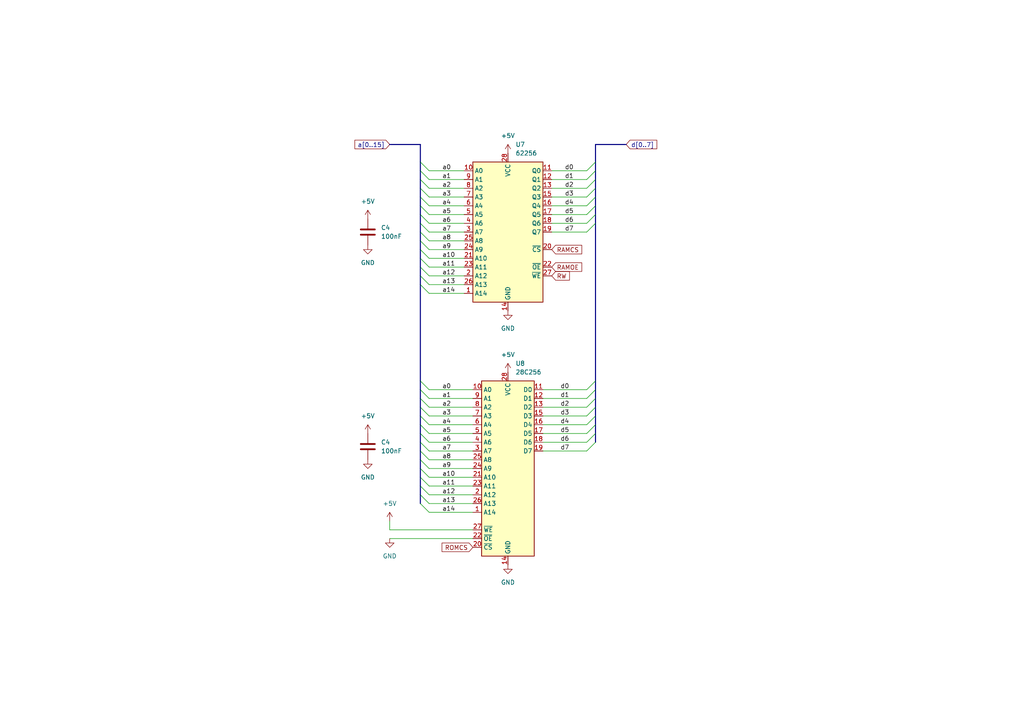
<source format=kicad_sch>
(kicad_sch (version 20230121) (generator eeschema)
  (paper "A4")
  (lib_symbols
    (symbol "Device:C" (pin_numbers hide) (pin_names (offset 0.254))
      (property "Reference" "C" (at 0.635 2.54 0))
      (property "Value" "C" (at 0.635 -2.54 0))
      (symbol "C_0_1"
        (polyline (pts (xy -2.032 -0.762) (xy 2.032 -0.762)) (stroke (width 0.508)))
        (polyline (pts (xy -2.032 0.762) (xy 2.032 0.762)) (stroke (width 0.508)))
      )
      (symbol "C_1_1"
        (pin passive line (at 0 3.81 270) (length 2.794) (name "~") (number "1"))
        (pin passive line (at 0 -3.81 90) (length 2.794) (name "~") (number "2"))
      )
    )
    (symbol "Memory_EEPROM:28C256"
      (property "Reference" "U" (at -7.62 26.67 0))
      (property "Value" "28C256" (at 2.54 -26.67 0))
      (symbol "28C256_1_1"
        (rectangle (start -7.62 25.4) (end 7.62 -25.4) (stroke (width 0.254)) (fill (type background)))
        (pin input line (at -10.16 -12.7 0) (length 2.54) (name "A14") (number "1"))
        (pin input line (at -10.16 22.86 0) (length 2.54) (name "A0") (number "10"))
        (pin tri_state line (at 10.16 22.86 180) (length 2.54) (name "D0") (number "11"))
        (pin tri_state line (at 10.16 20.32 180) (length 2.54) (name "D1") (number "12"))
        (pin tri_state line (at 10.16 17.78 180) (length 2.54) (name "D2") (number "13"))
        (pin power_in line (at 0 -27.94 90) (length 2.54) (name "GND") (number "14"))
        (pin tri_state line (at 10.16 15.24 180) (length 2.54) (name "D3") (number "15"))
        (pin tri_state line (at 10.16 12.7 180) (length 2.54) (name "D4") (number "16"))
        (pin tri_state line (at 10.16 10.16 180) (length 2.54) (name "D5") (number "17"))
        (pin tri_state line (at 10.16 7.62 180) (length 2.54) (name "D6") (number "18"))
        (pin tri_state line (at 10.16 5.08 180) (length 2.54) (name "D7") (number "19"))
        (pin input line (at -10.16 -7.62 0) (length 2.54) (name "A12") (number "2"))
        (pin input line (at -10.16 -22.86 0) (length 2.54) (name "~{CS}") (number "20"))
        (pin input line (at -10.16 -2.54 0) (length 2.54) (name "A10") (number "21"))
        (pin input line (at -10.16 -20.32 0) (length 2.54) (name "~{OE}") (number "22"))
        (pin input line (at -10.16 -5.08 0) (length 2.54) (name "A11") (number "23"))
        (pin input line (at -10.16 0 0) (length 2.54) (name "A9") (number "24"))
        (pin input line (at -10.16 2.54 0) (length 2.54) (name "A8") (number "25"))
        (pin input line (at -10.16 -10.16 0) (length 2.54) (name "A13") (number "26"))
        (pin input line (at -10.16 -17.78 0) (length 2.54) (name "~{WE}") (number "27"))
        (pin power_in line (at 0 27.94 270) (length 2.54) (name "VCC") (number "28"))
        (pin input line (at -10.16 5.08 0) (length 2.54) (name "A7") (number "3"))
        (pin input line (at -10.16 7.62 0) (length 2.54) (name "A6") (number "4"))
        (pin input line (at -10.16 10.16 0) (length 2.54) (name "A5") (number "5"))
        (pin input line (at -10.16 12.7 0) (length 2.54) (name "A4") (number "6"))
        (pin input line (at -10.16 15.24 0) (length 2.54) (name "A3") (number "7"))
        (pin input line (at -10.16 17.78 0) (length 2.54) (name "A2") (number "8"))
        (pin input line (at -10.16 20.32 0) (length 2.54) (name "A1") (number "9"))
      )
    )
    (symbol "Memory_RAM:CY62256-70PC"
      (property "Reference" "U" (at -10.16 20.955 0))
      (property "Value" "CY62256-70PC" (at 2.54 20.955 0))
      (symbol "CY62256-70PC_0_0"
        (pin power_in line (at 0 -22.86 90) (length 2.54) (name "GND") (number "14"))
        (pin power_in line (at 0 22.86 270) (length 2.54) (name "VCC") (number "28"))
      )
      (symbol "CY62256-70PC_0_1"
        (rectangle (start -10.16 20.32) (end 10.16 -20.32) (stroke (width 0.254)) (fill (type background)))
      )
      (symbol "CY62256-70PC_1_1"
        (pin input line (at -12.7 -17.78 0) (length 2.54) (name "A14") (number "1"))
        (pin input line (at -12.7 17.78 0) (length 2.54) (name "A0") (number "10"))
        (pin tri_state line (at 12.7 17.78 180) (length 2.54) (name "Q0") (number "11"))
        (pin tri_state line (at 12.7 15.24 180) (length 2.54) (name "Q1") (number "12"))
        (pin tri_state line (at 12.7 12.7 180) (length 2.54) (name "Q2") (number "13"))
        (pin tri_state line (at 12.7 10.16 180) (length 2.54) (name "Q3") (number "15"))
        (pin tri_state line (at 12.7 7.62 180) (length 2.54) (name "Q4") (number "16"))
        (pin tri_state line (at 12.7 5.08 180) (length 2.54) (name "Q5") (number "17"))
        (pin tri_state line (at 12.7 2.54 180) (length 2.54) (name "Q6") (number "18"))
        (pin tri_state line (at 12.7 0 180) (length 2.54) (name "Q7") (number "19"))
        (pin input line (at -12.7 -12.7 0) (length 2.54) (name "A12") (number "2"))
        (pin input line (at 12.7 -5.08 180) (length 2.54) (name "~{CS}") (number "20"))
        (pin input line (at -12.7 -7.62 0) (length 2.54) (name "A10") (number "21"))
        (pin input line (at 12.7 -10.16 180) (length 2.54) (name "~{OE}") (number "22"))
        (pin input line (at -12.7 -10.16 0) (length 2.54) (name "A11") (number "23"))
        (pin input line (at -12.7 -5.08 0) (length 2.54) (name "A9") (number "24"))
        (pin input line (at -12.7 -2.54 0) (length 2.54) (name "A8") (number "25"))
        (pin input line (at -12.7 -15.24 0) (length 2.54) (name "A13") (number "26"))
        (pin input line (at 12.7 -12.7 180) (length 2.54) (name "~{WE}") (number "27"))
        (pin input line (at -12.7 0 0) (length 2.54) (name "A7") (number "3"))
        (pin input line (at -12.7 2.54 0) (length 2.54) (name "A6") (number "4"))
        (pin input line (at -12.7 5.08 0) (length 2.54) (name "A5") (number "5"))
        (pin input line (at -12.7 7.62 0) (length 2.54) (name "A4") (number "6"))
        (pin input line (at -12.7 10.16 0) (length 2.54) (name "A3") (number "7"))
        (pin input line (at -12.7 12.7 0) (length 2.54) (name "A2") (number "8"))
        (pin input line (at -12.7 15.24 0) (length 2.54) (name "A1") (number "9"))
      )
    )
    (symbol "power:+5V" (power) (pin_names (offset 0))
      (property "Value" "+5V" (at 0 3.556 0))
      (symbol "+5V_0_1"
        (polyline (pts (xy -0.762 1.27) (xy 0 2.54)))
        (polyline (pts (xy 0 0) (xy 0 2.54)))
        (polyline (pts (xy 0 2.54) (xy 0.762 1.27)))
      )
      (symbol "+5V_1_1"
        (pin power_in line (at 0 0 90) (length 0) hide (name "+5V") (number "1"))
      )
    )
    (symbol "power:GND" (power) (pin_names (offset 0))
      (property "Value" "GND" (at 0 -3.81 0))
      (symbol "GND_0_1"
        (polyline (pts (xy 0 0) (xy 0 -1.27) (xy 1.27 -1.27) (xy 0 -2.54) (xy -1.27 -1.27) (xy 0 -1.27)))
      )
      (symbol "GND_1_1"
        (pin power_in line (at 0 0 270) (length 0) hide (name "GND") (number "1"))
      )
    )
  )
  (bus_entry (at 124.46 64.77) (size -2.54 -2.54))
  (bus_entry (at 124.46 69.85) (size -2.54 -2.54))
  (bus_entry (at 124.46 59.69) (size -2.54 -2.54))
  (bus_entry (at 124.46 125.73) (size -2.54 -2.54))
  (bus_entry (at 124.46 54.61) (size -2.54 -2.54))
  (bus_entry (at 124.46 143.51) (size -2.54 -2.54))
  (bus_entry (at 124.46 140.97) (size -2.54 -2.54))
  (bus_entry (at 124.46 138.43) (size -2.54 -2.54))
  (bus_entry (at 124.46 52.07) (size -2.54 -2.54))
  (bus_entry (at 121.92 46.99) (size 2.54 2.54))
  (bus_entry (at 124.46 62.23) (size -2.54 -2.54))
  (bus_entry (at 124.46 82.55) (size -2.54 -2.54))
  (bus_entry (at 170.18 67.31) (size 2.54 -2.54))
  (bus_entry (at 170.18 64.77) (size 2.54 -2.54))
  (bus_entry (at 170.18 59.69) (size 2.54 -2.54))
  (bus_entry (at 170.18 52.07) (size 2.54 -2.54))
  (bus_entry (at 124.46 133.35) (size -2.54 -2.54))
  (bus_entry (at 170.18 123.19) (size 2.54 -2.54))
  (bus_entry (at 170.18 113.03) (size 2.54 -2.54))
  (bus_entry (at 124.46 118.11) (size -2.54 -2.54))
  (bus_entry (at 170.18 120.65) (size 2.54 -2.54))
  (bus_entry (at 124.46 128.27) (size -2.54 -2.54))
  (bus_entry (at 170.18 125.73) (size 2.54 -2.54))
  (bus_entry (at 124.46 148.59) (size -2.54 -2.54))
  (bus_entry (at 170.18 54.61) (size 2.54 -2.54))
  (bus_entry (at 124.46 146.05) (size -2.54 -2.54))
  (bus_entry (at 170.18 62.23) (size 2.54 -2.54))
  (bus_entry (at 124.46 67.31) (size -2.54 -2.54))
  (bus_entry (at 124.46 85.09) (size -2.54 -2.54))
  (bus_entry (at 124.46 74.93) (size -2.54 -2.54))
  (bus_entry (at 124.46 113.03) (size -2.54 -2.54))
  (bus_entry (at 170.18 128.27) (size 2.54 -2.54))
  (bus_entry (at 170.18 118.11) (size 2.54 -2.54))
  (bus_entry (at 170.18 130.81) (size 2.54 -2.54))
  (bus_entry (at 124.46 77.47) (size -2.54 -2.54))
  (bus_entry (at 124.46 130.81) (size -2.54 -2.54))
  (bus_entry (at 124.46 123.19) (size -2.54 -2.54))
  (bus_entry (at 170.18 115.57) (size 2.54 -2.54))
  (bus_entry (at 124.46 80.01) (size -2.54 -2.54))
  (bus_entry (at 124.46 135.89) (size -2.54 -2.54))
  (bus_entry (at 124.46 72.39) (size -2.54 -2.54))
  (bus_entry (at 170.18 49.53) (size 2.54 -2.54))
  (bus_entry (at 170.18 57.15) (size 2.54 -2.54))
  (bus_entry (at 124.46 57.15) (size -2.54 -2.54))
  (bus_entry (at 124.46 115.57) (size -2.54 -2.54))
  (bus_entry (at 124.46 120.65) (size -2.54 -2.54))
  (bus (pts (xy 121.92 54.61) (xy 121.92 52.07)))
  (wire (pts (xy 160.02 64.77) (xy 170.18 64.77)))
  (bus (pts (xy 121.92 128.27) (xy 121.92 130.81)))
  (wire (pts (xy 157.48 130.81) (xy 170.18 130.81)))
  (wire (pts (xy 113.03 153.67) (xy 113.03 151.13)))
  (wire (pts (xy 124.46 118.11) (xy 137.16 118.11)))
  (bus (pts (xy 121.92 130.81) (xy 121.92 133.35)))
  (bus (pts (xy 121.92 82.55) (xy 121.92 110.49)))
  (wire (pts (xy 124.46 138.43) (xy 137.16 138.43)))
  (bus (pts (xy 121.92 118.11) (xy 121.92 120.65)))
  (wire (pts (xy 124.46 113.03) (xy 137.16 113.03)))
  (bus (pts (xy 172.72 54.61) (xy 172.72 52.07)))
  (bus (pts (xy 172.72 118.11) (xy 172.72 120.65)))
  (bus (pts (xy 121.92 135.89) (xy 121.92 138.43)))
  (wire (pts (xy 124.46 74.93) (xy 134.62 74.93)))
  (wire (pts (xy 124.46 125.73) (xy 137.16 125.73)))
  (wire (pts (xy 124.46 143.51) (xy 137.16 143.51)))
  (bus (pts (xy 172.72 113.03) (xy 172.72 115.57)))
  (bus (pts (xy 121.92 82.55) (xy 121.92 80.01)))
  (bus (pts (xy 172.72 125.73) (xy 172.72 128.27)))
  (wire (pts (xy 157.48 115.57) (xy 170.18 115.57)))
  (wire (pts (xy 157.48 128.27) (xy 170.18 128.27)))
  (wire (pts (xy 124.46 69.85) (xy 134.62 69.85)))
  (bus (pts (xy 121.92 64.77) (xy 121.92 62.23)))
  (bus (pts (xy 172.72 62.23) (xy 172.72 59.69)))
  (bus (pts (xy 172.72 110.49) (xy 172.72 113.03)))
  (bus (pts (xy 172.72 41.91) (xy 181.61 41.91)))
  (wire (pts (xy 124.46 133.35) (xy 137.16 133.35)))
  (bus (pts (xy 121.92 52.07) (xy 121.92 49.53)))
  (wire (pts (xy 124.46 80.01) (xy 134.62 80.01)))
  (wire (pts (xy 124.46 64.77) (xy 134.62 64.77)))
  (bus (pts (xy 121.92 59.69) (xy 121.92 57.15)))
  (bus (pts (xy 121.92 46.99) (xy 121.92 41.91)))
  (bus (pts (xy 121.92 140.97) (xy 121.92 143.51)))
  (wire (pts (xy 124.46 148.59) (xy 137.16 148.59)))
  (wire (pts (xy 124.46 54.61) (xy 134.62 54.61)))
  (wire (pts (xy 160.02 49.53) (xy 170.18 49.53)))
  (wire (pts (xy 160.02 62.23) (xy 170.18 62.23)))
  (bus (pts (xy 172.72 57.15) (xy 172.72 54.61)))
  (bus (pts (xy 172.72 120.65) (xy 172.72 123.19)))
  (bus (pts (xy 121.92 110.49) (xy 121.92 113.03)))
  (bus (pts (xy 121.92 49.53) (xy 121.92 46.99)))
  (bus (pts (xy 121.92 143.51) (xy 121.92 146.05)))
  (bus (pts (xy 121.92 80.01) (xy 121.92 77.47)))
  (wire (pts (xy 157.48 125.73) (xy 170.18 125.73)))
  (bus (pts (xy 121.92 74.93) (xy 121.92 72.39)))
  (bus (pts (xy 172.72 49.53) (xy 172.72 46.99)))
  (wire (pts (xy 124.46 128.27) (xy 137.16 128.27)))
  (wire (pts (xy 160.02 52.07) (xy 170.18 52.07)))
  (bus (pts (xy 121.92 138.43) (xy 121.92 140.97)))
  (wire (pts (xy 124.46 130.81) (xy 137.16 130.81)))
  (bus (pts (xy 121.92 113.03) (xy 121.92 115.57)))
  (wire (pts (xy 124.46 49.53) (xy 134.62 49.53)))
  (bus (pts (xy 121.92 115.57) (xy 121.92 118.11)))
  (bus (pts (xy 121.92 77.47) (xy 121.92 74.93)))
  (bus (pts (xy 172.72 52.07) (xy 172.72 49.53)))
  (wire (pts (xy 124.46 67.31) (xy 134.62 67.31)))
  (wire (pts (xy 160.02 57.15) (xy 170.18 57.15)))
  (bus (pts (xy 121.92 62.23) (xy 121.92 59.69)))
  (wire (pts (xy 157.48 118.11) (xy 170.18 118.11)))
  (wire (pts (xy 124.46 115.57) (xy 137.16 115.57)))
  (wire (pts (xy 124.46 59.69) (xy 134.62 59.69)))
  (bus (pts (xy 121.92 72.39) (xy 121.92 69.85)))
  (wire (pts (xy 124.46 77.47) (xy 134.62 77.47)))
  (wire (pts (xy 157.48 113.03) (xy 170.18 113.03)))
  (wire (pts (xy 160.02 67.31) (xy 170.18 67.31)))
  (wire (pts (xy 137.16 153.67) (xy 113.03 153.67)))
  (bus (pts (xy 172.72 59.69) (xy 172.72 57.15)))
  (bus (pts (xy 121.92 125.73) (xy 121.92 128.27)))
  (bus (pts (xy 121.92 69.85) (xy 121.92 67.31)))
  (wire (pts (xy 160.02 59.69) (xy 170.18 59.69)))
  (wire (pts (xy 124.46 85.09) (xy 134.62 85.09)))
  (wire (pts (xy 124.46 123.19) (xy 137.16 123.19)))
  (bus (pts (xy 121.92 133.35) (xy 121.92 135.89)))
  (wire (pts (xy 124.46 120.65) (xy 137.16 120.65)))
  (wire (pts (xy 124.46 135.89) (xy 137.16 135.89)))
  (bus (pts (xy 172.72 123.19) (xy 172.72 125.73)))
  (wire (pts (xy 124.46 52.07) (xy 134.62 52.07)))
  (wire (pts (xy 160.02 54.61) (xy 170.18 54.61)))
  (wire (pts (xy 124.46 82.55) (xy 134.62 82.55)))
  (bus (pts (xy 121.92 123.19) (xy 121.92 125.73)))
  (bus (pts (xy 172.72 46.99) (xy 172.72 41.91)))
  (bus (pts (xy 172.72 115.57) (xy 172.72 118.11)))
  (wire (pts (xy 124.46 72.39) (xy 134.62 72.39)))
  (wire (pts (xy 124.46 140.97) (xy 137.16 140.97)))
  (wire (pts (xy 113.03 156.21) (xy 137.16 156.21)))
  (wire (pts (xy 157.48 123.19) (xy 170.18 123.19)))
  (bus (pts (xy 121.92 41.91) (xy 113.03 41.91)))
  (bus (pts (xy 172.72 64.77) (xy 172.72 62.23)))
  (bus (pts (xy 121.92 120.65) (xy 121.92 123.19)))
  (wire (pts (xy 157.48 120.65) (xy 170.18 120.65)))
  (bus (pts (xy 172.72 64.77) (xy 172.72 110.49)))
  (bus (pts (xy 121.92 67.31) (xy 121.92 64.77)))
  (wire (pts (xy 124.46 62.23) (xy 134.62 62.23)))
  (wire (pts (xy 124.46 57.15) (xy 134.62 57.15)))
  (bus (pts (xy 121.92 57.15) (xy 121.92 54.61)))
  (wire (pts (xy 124.46 146.05) (xy 137.16 146.05)))
  (label "a7" (at 128.27 67.31 0))
  (label "a5" (at 128.27 62.23 0))
  (label "a8" (at 128.27 69.85 0))
  (label "d0" (at 162.56 113.03 0))
  (label "a7" (at 128.27 130.81 0))
  (label "a11" (at 128.27 77.47 0))
  (label "a1" (at 128.27 52.07 0))
  (label "a0" (at 128.27 49.53 0))
  (label "a13" (at 128.27 82.55 0))
  (label "d1" (at 162.56 115.57 0))
  (label "d4" (at 163.83 59.69 0))
  (label "a9" (at 128.27 135.89 0))
  (label "a5" (at 128.27 125.73 0))
  (label "a12" (at 128.27 143.51 0))
  (label "a2" (at 128.27 54.61 0))
  (label "a11" (at 128.27 140.97 0))
  (label "d5" (at 163.83 62.23 0))
  (label "a14" (at 128.27 148.59 0))
  (label "d1" (at 163.83 52.07 0))
  (label "a3" (at 128.27 57.15 0))
  (label "a8" (at 128.27 133.35 0))
  (label "d4" (at 162.56 123.19 0))
  (label "a4" (at 128.27 59.69 0))
  (label "a6" (at 128.27 128.27 0))
  (label "d6" (at 162.56 128.27 0))
  (label "a0" (at 128.27 113.03 0))
  (label "a2" (at 128.27 118.11 0))
  (label "a13" (at 128.27 146.05 0))
  (label "d3" (at 162.56 120.65 0))
  (label "a9" (at 128.27 72.39 0))
  (label "d3" (at 163.83 57.15 0))
  (label "d5" (at 162.56 125.73 0))
  (label "a4" (at 128.27 123.19 0))
  (label "d0" (at 163.83 49.53 0))
  (label "d7" (at 162.56 130.81 0))
  (label "d6" (at 163.83 64.77 0))
  (label "a10" (at 128.27 74.93 0))
  (label "a1" (at 128.27 115.57 0))
  (label "a14" (at 128.27 85.09 0))
  (label "d7" (at 163.83 67.31 0))
  (label "d2" (at 163.83 54.61 0))
  (label "d2" (at 162.56 118.11 0))
  (label "a6" (at 128.27 64.77 0))
  (label "a12" (at 128.27 80.01 0))
  (label "a3" (at 128.27 120.65 0))
  (label "a10" (at 128.27 138.43 0))
  (global_label "RAMOE" (shape input) (at 160.02 77.47 0) (property "Intersheetrefs" "${INTERSHEET_REFS}" (effects hide)))
  (global_label "RW" (shape input) (at 160.02 80.01 0) (property "Intersheetrefs" "${INTERSHEET_REFS}" (effects hide)))
  (global_label "ROMCS" (shape input) (at 137.16 158.75 180) (property "Intersheetrefs" "${INTERSHEET_REFS}" (effects hide)))
  (global_label "RAMCS" (shape input) (at 160.02 72.39 0) (property "Intersheetrefs" "${INTERSHEET_REFS}" (effects hide)))
  (global_label "d[0..7]" (shape input) (at 181.61 41.91 0) (property "Intersheetrefs" "${INTERSHEET_REFS}" (effects hide)))
  (global_label "a[0..15]" (shape input) (at 113.03 41.91 180) (property "Intersheetrefs" "${INTERSHEET_REFS}" (effects hide)))
  (symbol (lib_id "power:GND") (at 113.03 156.21 0) (unit 1)
    (property "Reference" "#PWR048" (effects hide))
    (property "Value" "GND" (at 113.03 161.29 0))
  )
  (symbol (lib_id "power:+5V") (at 106.68 63.5 0) (unit 1)
    (property "Reference" "#PWR026" (effects hide))
    (property "Value" "+5V" (at 106.68 58.42 0))
    (instances (project "MiniComputerBase" (path "" (reference "#PWR026") (unit 1)) (path "" (reference "#PWR043") (unit 1))))
  )
  (symbol (lib_id "Memory_EEPROM:28C256") (at 147.32 135.89 0) (unit 1)
    (property "Reference" "U8" (at 149.5141 105.41 0) (effects (justify left)))
    (property "Value" "28C256" (at 149.5141 107.95 0) (effects (justify left)))
    (property "Footprint" "Socket:DIP_Socket-28_W11.9_W12.7_W15.24_W17.78_W18.5_3M_228-1277-00-0602J" (effects hide))
    (property "Datasheet" "http://ww1.microchip.com/downloads/en/DeviceDoc/doc0006.pdf" (effects hide))
  )
  (symbol (lib_id "power:+5V") (at 147.32 107.95 0) (unit 1)
    (property "Reference" "#PWR051" (effects hide))
    (property "Value" "+5V" (at 147.32 102.87 0))
  )
  (symbol (lib_id "power:+5V") (at 106.68 125.73 0) (unit 1)
    (property "Reference" "#PWR026" (effects hide))
    (property "Value" "+5V" (at 106.68 120.65 0))
    (instances (project "MiniComputerBase" (path "" (reference "#PWR026") (unit 1)) (path "" (reference "#PWR045") (unit 1))))
  )
  (symbol (lib_id "power:GND") (at 106.68 71.12 0) (unit 1)
    (property "Reference" "#PWR025" (effects hide))
    (property "Value" "GND" (at 106.68 76.2 0))
    (instances (project "MiniComputerBase" (path "" (reference "#PWR025") (unit 1)) (path "" (reference "#PWR044") (unit 1))))
  )
  (symbol (lib_id "Memory_RAM:CY62256-70PC") (at 147.32 67.31 0) (unit 1)
    (property "Reference" "U7" (at 149.5141 41.91 0) (effects (justify left)))
    (property "Value" "62256" (at 149.5141 44.45 0) (effects (justify left)))
    (property "Footprint" "Package_DIP:DIP-28_W15.24mm" (effects hide))
    (property "Datasheet" "https://ecee.colorado.edu/~mcclurel/Cypress_SRAM_CY62256.pdf" (effects hide))
  )
  (symbol (lib_id "Device:C") (at 106.68 129.54 0) (unit 1)
    (property "Reference" "C4" (at 110.49 128.27 0) (effects (justify left)))
    (property "Value" "100nF" (at 110.49 130.81 0) (effects (justify left)))
    (property "Footprint" "Capacitor_THT:C_Disc_D6.0mm_W2.5mm_P5.00mm" (effects hide))
    (instances (project "MiniComputerBase" (path "" (reference "C4") (unit 1)) (path "" (reference "C10") (unit 1))))
  )
  (symbol (lib_id "power:+5V") (at 113.03 151.13 0) (unit 1)
    (property "Reference" "#PWR047" (effects hide))
    (property "Value" "+5V" (at 113.03 146.05 0))
  )
  (symbol (lib_id "power:GND") (at 147.32 163.83 0) (unit 1)
    (property "Reference" "#PWR052" (effects hide))
    (property "Value" "GND" (at 147.32 168.91 0))
  )
  (symbol (lib_id "Device:C") (at 106.68 67.31 0) (unit 1)
    (property "Reference" "C4" (at 110.49 66.04 0) (effects (justify left)))
    (property "Value" "100nF" (at 110.49 68.58 0) (effects (justify left)))
    (property "Footprint" "Capacitor_THT:C_Disc_D6.0mm_W2.5mm_P5.00mm" (effects hide))
    (instances (project "MiniComputerBase" (path "" (reference "C4") (unit 1)) (path "" (reference "C9") (unit 1))))
  )
  (symbol (lib_id "power:GND") (at 106.68 133.35 0) (unit 1)
    (property "Reference" "#PWR025" (effects hide))
    (property "Value" "GND" (at 106.68 138.43 0))
    (instances (project "MiniComputerBase" (path "" (reference "#PWR025") (unit 1)) (path "" (reference "#PWR046") (unit 1))))
  )
  (symbol (lib_id "power:GND") (at 147.32 90.17 0) (unit 1)
    (property "Reference" "#PWR050" (effects hide))
    (property "Value" "GND" (at 147.32 95.25 0))
  )
  (symbol (lib_id "power:+5V") (at 147.32 44.45 0) (unit 1)
    (property "Reference" "#PWR049" (effects hide))
    (property "Value" "+5V" (at 147.32 39.37 0))
  )
)
</source>
